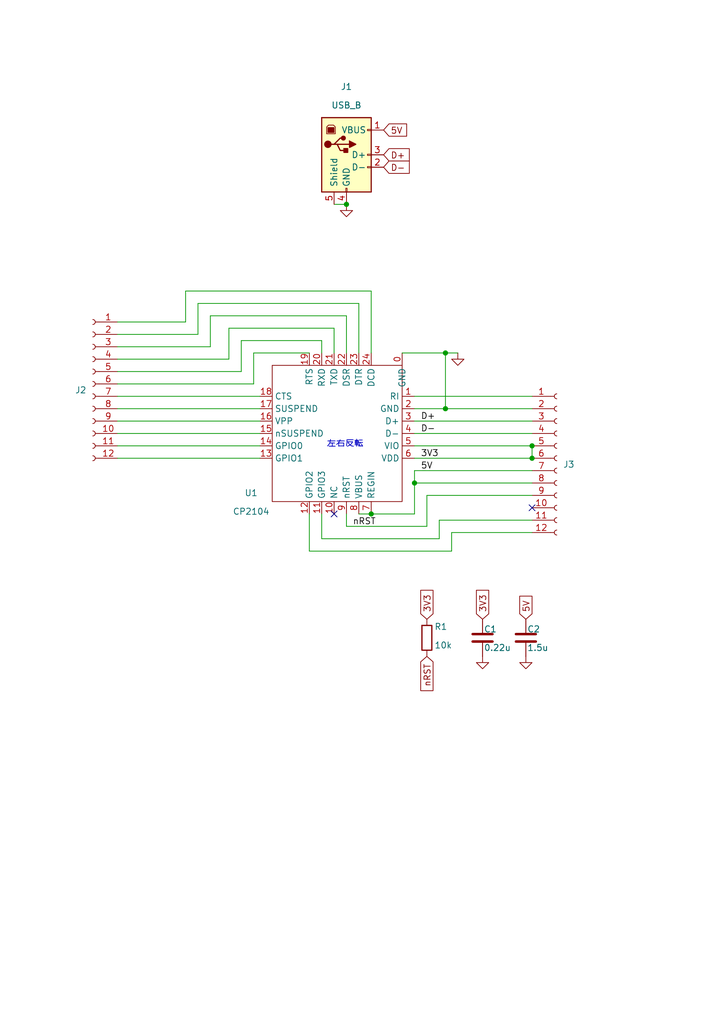
<source format=kicad_sch>
(kicad_sch (version 20250114) (generator "eeschema") (generator_version "9.0")
  (paper "A5" portrait)
  (lib_symbols
    (symbol "0Ore:CP2014"
      (property "Reference" "U" (at 0 0 0))
      (symbol "CP2014_0_1"
        (rectangle (start -12.7 38.1) (end 13.97 10.16))
      )
      (symbol "CP2014_1_1"
        (pin unspecified line (at -15.24 31.75 0) (length 2.54) (name "RI") (number "1"))
        (pin unspecified line (at -15.24 29.21 0) (length 2.54) (name "GND") (number "2"))
        (pin unspecified line (at -15.24 26.67 0) (length 2.54) (name "D+") (number "3"))
        (pin unspecified line (at -15.24 24.13 0) (length 2.54) (name "D-") (number "4"))
        (pin unspecified line (at -15.24 21.59 0) (length 2.54) (name "VIO") (number "5"))
        (pin unspecified line (at -15.24 19.05 0) (length 2.54) (name "VDD") (number "6"))
        (pin unspecified line (at -12.7 40.64 270) (length 2.54) (name "GND") (number "0"))
        (pin unspecified line (at -6.35 40.64 270) (length 2.54) (name "DCD") (number "24"))
        (pin unspecified line (at -6.35 7.62 90) (length 2.54) (name "REGIN") (number "7"))
        (pin unspecified line (at -3.81 40.64 270) (length 2.54) (name "DTR") (number "23"))
        (pin unspecified line (at -3.81 7.62 90) (length 2.54) (name "VBUS") (number "8"))
        (pin unspecified line (at -1.27 40.64 270) (length 2.54) (name "DSR") (number "22"))
        (pin unspecified line (at -1.27 7.62 90) (length 2.54) (name "nRST") (number "9"))
        (pin unspecified line (at 1.27 40.64 270) (length 2.54) (name "TXD") (number "21"))
        (pin unspecified line (at 1.27 7.62 90) (length 2.54) (name "NC") (number "10"))
        (pin unspecified line (at 3.81 40.64 270) (length 2.54) (name "RXD") (number "20"))
        (pin unspecified line (at 3.81 7.62 90) (length 2.54) (name "GPIO3") (number "11"))
        (pin unspecified line (at 6.35 40.64 270) (length 2.54) (name "RTS") (number "19"))
        (pin unspecified line (at 6.35 7.62 90) (length 2.54) (name "GPIO2") (number "12"))
        (pin unspecified line (at 16.51 31.75 180) (length 2.54) (name "CTS") (number "18"))
        (pin unspecified line (at 16.51 29.21 180) (length 2.54) (name "SUSPEND") (number "17"))
        (pin unspecified line (at 16.51 26.67 180) (length 2.54) (name "VPP") (number "16"))
        (pin unspecified line (at 16.51 24.13 180) (length 2.54) (name "nSUSPEND") (number "15"))
        (pin unspecified line (at 16.51 21.59 180) (length 2.54) (name "GPIO0") (number "14"))
        (pin unspecified line (at 16.51 19.05 180) (length 2.54) (name "GPIO1") (number "13"))
      )
    )
    (symbol "Connector:Conn_01x12_Socket" (pin_names (offset 1.016) (hide yes))
      (property "Reference" "J" (at 0 15.24 0))
      (property "Value" "Conn_01x12_Socket" (at 0 -17.78 0))
      (symbol "Conn_01x12_Socket_1_1"
        (polyline (pts (xy -1.27 12.7) (xy -0.508 12.7)) (stroke (width 0.1524)))
        (polyline (pts (xy -1.27 10.16) (xy -0.508 10.16)) (stroke (width 0.1524)))
        (polyline (pts (xy -1.27 7.62) (xy -0.508 7.62)) (stroke (width 0.1524)))
        (polyline (pts (xy -1.27 5.08) (xy -0.508 5.08)) (stroke (width 0.1524)))
        (polyline (pts (xy -1.27 2.54) (xy -0.508 2.54)) (stroke (width 0.1524)))
        (polyline (pts (xy -1.27 0) (xy -0.508 0)) (stroke (width 0.1524)))
        (polyline (pts (xy -1.27 -2.54) (xy -0.508 -2.54)) (stroke (width 0.1524)))
        (polyline (pts (xy -1.27 -5.08) (xy -0.508 -5.08)) (stroke (width 0.1524)))
        (polyline (pts (xy -1.27 -7.62) (xy -0.508 -7.62)) (stroke (width 0.1524)))
        (polyline (pts (xy -1.27 -10.16) (xy -0.508 -10.16)) (stroke (width 0.1524)))
        (polyline (pts (xy -1.27 -12.7) (xy -0.508 -12.7)) (stroke (width 0.1524)))
        (polyline (pts (xy -1.27 -15.24) (xy -0.508 -15.24)) (stroke (width 0.1524)))
        (arc (start 0 12.192) (mid -0.5058 12.7) (end 0 13.208) (stroke (width 0.1524)))
        (arc (start 0 9.652) (mid -0.5058 10.16) (end 0 10.668) (stroke (width 0.1524)))
        (arc (start 0 7.112) (mid -0.5058 7.62) (end 0 8.128) (stroke (width 0.1524)))
        (arc (start 0 4.572) (mid -0.5058 5.08) (end 0 5.588) (stroke (width 0.1524)))
        (arc (start 0 2.032) (mid -0.5058 2.54) (end 0 3.048) (stroke (width 0.1524)))
        (arc (start 0 -0.508) (mid -0.5058 0) (end 0 0.508) (stroke (width 0.1524)))
        (arc (start 0 -3.048) (mid -0.5058 -2.54) (end 0 -2.032) (stroke (width 0.1524)))
        (arc (start 0 -5.588) (mid -0.5058 -5.08) (end 0 -4.572) (stroke (width 0.1524)))
        (arc (start 0 -8.128) (mid -0.5058 -7.62) (end 0 -7.112) (stroke (width 0.1524)))
        (arc (start 0 -10.668) (mid -0.5058 -10.16) (end 0 -9.652) (stroke (width 0.1524)))
        (arc (start 0 -13.208) (mid -0.5058 -12.7) (end 0 -12.192) (stroke (width 0.1524)))
        (arc (start 0 -15.748) (mid -0.5058 -15.24) (end 0 -14.732) (stroke (width 0.1524)))
        (pin passive line (at -5.08 12.7 0) (length 3.81) (name "Pin_1") (number "1"))
        (pin passive line (at -5.08 10.16 0) (length 3.81) (name "Pin_2") (number "2"))
        (pin passive line (at -5.08 7.62 0) (length 3.81) (name "Pin_3") (number "3"))
        (pin passive line (at -5.08 5.08 0) (length 3.81) (name "Pin_4") (number "4"))
        (pin passive line (at -5.08 2.54 0) (length 3.81) (name "Pin_5") (number "5"))
        (pin passive line (at -5.08 0 0) (length 3.81) (name "Pin_6") (number "6"))
        (pin passive line (at -5.08 -2.54 0) (length 3.81) (name "Pin_7") (number "7"))
        (pin passive line (at -5.08 -5.08 0) (length 3.81) (name "Pin_8") (number "8"))
        (pin passive line (at -5.08 -7.62 0) (length 3.81) (name "Pin_9") (number "9"))
        (pin passive line (at -5.08 -10.16 0) (length 3.81) (name "Pin_10") (number "10"))
        (pin passive line (at -5.08 -12.7 0) (length 3.81) (name "Pin_11") (number "11"))
        (pin passive line (at -5.08 -15.24 0) (length 3.81) (name "Pin_12") (number "12"))
      )
    )
    (symbol "Connector:USB_B" (pin_names (offset 1.016))
      (property "Reference" "J" (at -5.08 11.43 0))
      (property "Value" "USB_B" (at -5.08 8.89 0))
      (symbol "USB_B_0_1"
        (rectangle (start -5.08 -7.62) (end 5.08 7.62) (stroke (width 0.254)) (fill (type background)))
        (polyline (pts (xy -4.064 4.318) (xy -2.286 4.318) (xy -2.286 5.715) (xy -2.667 6.096) (xy -3.683 6.096) (xy -4.064 5.715) (xy -4.064 4.318)))
        (rectangle (start -3.81 5.588) (end -2.54 4.572) (fill (type outline)))
        (circle (center -3.81 2.159) (radius 0.635) (stroke (width 0.254)) (fill (type outline)))
        (polyline (pts (xy -3.175 2.159) (xy -2.54 2.159) (xy -1.27 3.429) (xy -0.635 3.429)) (stroke (width 0.254)))
        (polyline (pts (xy -2.54 2.159) (xy -1.905 2.159) (xy -1.27 0.889) (xy 0 0.889)) (stroke (width 0.254)))
        (polyline (pts (xy -1.905 2.159) (xy 0.635 2.159)) (stroke (width 0.254)))
        (circle (center -0.635 3.429) (radius 0.381) (stroke (width 0.254)) (fill (type outline)))
        (rectangle (start -0.127 -7.62) (end 0.127 -6.858))
        (rectangle (start 0.254 1.27) (end -0.508 0.508) (stroke (width 0.254)) (fill (type outline)))
        (polyline (pts (xy 0.635 2.794) (xy 0.635 1.524) (xy 1.905 2.159) (xy 0.635 2.794)) (stroke (width 0.254)) (fill (type outline)))
        (rectangle (start 5.08 4.953) (end 4.318 5.207))
        (rectangle (start 5.08 -0.127) (end 4.318 0.127))
        (rectangle (start 5.08 -2.667) (end 4.318 -2.413))
      )
      (symbol "USB_B_1_1"
        (pin passive line (at -2.54 -10.16 90) (length 2.54) (name "Shield") (number "5"))
        (pin power_out line (at 0 -10.16 90) (length 2.54) (name "GND") (number "4"))
        (pin power_out line (at 7.62 5.08 180) (length 2.54) (name "VBUS") (number "1"))
        (pin bidirectional line (at 7.62 0 180) (length 2.54) (name "D+") (number "3"))
        (pin bidirectional line (at 7.62 -2.54 180) (length 2.54) (name "D-") (number "2"))
      )
    )
    (symbol "Device:C" (pin_numbers (hide yes)) (pin_names (offset 0.254))
      (property "Reference" "C" (at 0.635 2.54 0))
      (property "Value" "C" (at 0.635 -2.54 0))
      (symbol "C_0_1"
        (polyline (pts (xy -2.032 0.762) (xy 2.032 0.762)) (stroke (width 0.508)))
        (polyline (pts (xy -2.032 -0.762) (xy 2.032 -0.762)) (stroke (width 0.508)))
      )
      (symbol "C_1_1"
        (pin passive line (at 0 3.81 270) (length 2.794) (name "~") (number "1"))
        (pin passive line (at 0 -3.81 90) (length 2.794) (name "~") (number "2"))
      )
    )
    (symbol "Device:R" (pin_numbers (hide yes)) (pin_names (offset 0))
      (property "Reference" "R" (at 2.032 0 90))
      (property "Value" "R" (at 0 0 90))
      (symbol "R_0_1"
        (rectangle (start -1.016 -2.54) (end 1.016 2.54) (stroke (width 0.254)))
      )
      (symbol "R_1_1"
        (pin passive line (at 0 3.81 270) (length 1.27) (name "~") (number "1"))
        (pin passive line (at 0 -3.81 90) (length 1.27) (name "~") (number "2"))
      )
    )
    (symbol "power:GND" (power) (pin_numbers (hide yes)) (pin_names (offset 0) (hide yes))
      (property "Value" "GND" (at 0 -3.81 0))
      (symbol "GND_0_1"
        (polyline (pts (xy 0 0) (xy 0 -1.27) (xy 1.27 -1.27) (xy 0 -2.54) (xy -1.27 -1.27) (xy 0 -1.27)))
      )
      (symbol "GND_1_1"
        (pin power_in line (at 0 0 270) (length 0) (name "~") (number "1"))
      )
    )
  )
  (text "左右反転" (at 70.866 91.186 0) (effects (font (size 1.27 1.27))))
  (junction (at 109.22 91.44))
  (junction (at 76.2 105.41))
  (junction (at 71.12 41.91))
  (junction (at 85.09 99.06))
  (junction (at 91.44 72.39))
  (junction (at 109.22 93.98))
  (junction (at 91.44 83.82))
  (no_connect (at 68.58 105.41))
  (no_connect (at 109.22 104.14))
  (wire (pts (xy 73.66 62.23) (xy 40.64 62.23)))
  (wire (pts (xy 92.71 113.03) (xy 92.71 109.22)))
  (wire (pts (xy 85.09 81.28) (xy 109.22 81.28)))
  (wire (pts (xy 85.09 91.44) (xy 109.22 91.44)))
  (wire (pts (xy 66.04 110.49) (xy 90.17 110.49)))
  (wire (pts (xy 109.22 91.44) (xy 109.22 93.98)))
  (wire (pts (xy 71.12 64.77) (xy 43.18 64.77)))
  (wire (pts (xy 68.58 41.91) (xy 71.12 41.91)))
  (wire (pts (xy 71.12 107.95) (xy 87.63 107.95)))
  (wire (pts (xy 85.09 83.82) (xy 91.44 83.82)))
  (wire (pts (xy 63.5 105.41) (xy 63.5 113.03)))
  (wire (pts (xy 71.12 72.39) (xy 71.12 64.77)))
  (wire (pts (xy 85.09 86.36) (xy 109.22 86.36)))
  (wire (pts (xy 73.66 105.41) (xy 76.2 105.41)))
  (wire (pts (xy 38.1 66.04) (xy 24.13 66.04)))
  (wire (pts (xy 91.44 83.82) (xy 109.22 83.82)))
  (wire (pts (xy 38.1 59.69) (xy 38.1 66.04)))
  (wire (pts (xy 90.17 110.49) (xy 90.17 106.68)))
  (wire (pts (xy 66.04 105.41) (xy 66.04 110.49)))
  (wire (pts (xy 52.07 72.39) (xy 52.07 78.74)))
  (wire (pts (xy 76.2 59.69) (xy 38.1 59.69)))
  (wire (pts (xy 85.09 93.98) (xy 109.22 93.98)))
  (wire (pts (xy 43.18 64.77) (xy 43.18 71.12)))
  (wire (pts (xy 92.71 109.22) (xy 109.22 109.22)))
  (wire (pts (xy 40.64 62.23) (xy 40.64 68.58)))
  (wire (pts (xy 52.07 78.74) (xy 24.13 78.74)))
  (wire (pts (xy 85.09 105.41) (xy 85.09 99.06)))
  (wire (pts (xy 68.58 67.31) (xy 46.99 67.31)))
  (wire (pts (xy 71.12 105.41) (xy 71.12 107.95)))
  (wire (pts (xy 85.09 96.52) (xy 109.22 96.52)))
  (wire (pts (xy 46.99 73.66) (xy 24.13 73.66)))
  (wire (pts (xy 43.18 71.12) (xy 24.13 71.12)))
  (wire (pts (xy 82.55 72.39) (xy 91.44 72.39)))
  (wire (pts (xy 24.13 86.36) (xy 53.34 86.36)))
  (wire (pts (xy 85.09 99.06) (xy 109.22 99.06)))
  (wire (pts (xy 91.44 72.39) (xy 91.44 83.82)))
  (wire (pts (xy 24.13 88.9) (xy 53.34 88.9)))
  (wire (pts (xy 68.58 72.39) (xy 68.58 67.31)))
  (wire (pts (xy 40.64 68.58) (xy 24.13 68.58)))
  (wire (pts (xy 90.17 106.68) (xy 109.22 106.68)))
  (wire (pts (xy 63.5 113.03) (xy 92.71 113.03)))
  (wire (pts (xy 66.04 69.85) (xy 49.53 69.85)))
  (wire (pts (xy 66.04 72.39) (xy 66.04 69.85)))
  (wire (pts (xy 76.2 105.41) (xy 85.09 105.41)))
  (wire (pts (xy 24.13 81.28) (xy 53.34 81.28)))
  (wire (pts (xy 85.09 99.06) (xy 85.09 96.52)))
  (wire (pts (xy 73.66 72.39) (xy 73.66 62.23)))
  (wire (pts (xy 24.13 93.98) (xy 53.34 93.98)))
  (wire (pts (xy 109.22 101.6) (xy 87.63 101.6)))
  (wire (pts (xy 24.13 91.44) (xy 53.34 91.44)))
  (wire (pts (xy 85.09 88.9) (xy 109.22 88.9)))
  (wire (pts (xy 46.99 67.31) (xy 46.99 73.66)))
  (wire (pts (xy 63.5 72.39) (xy 52.07 72.39)))
  (wire (pts (xy 91.44 72.39) (xy 93.98 72.39)))
  (wire (pts (xy 49.53 76.2) (xy 24.13 76.2)))
  (wire (pts (xy 49.53 69.85) (xy 49.53 76.2)))
  (wire (pts (xy 76.2 72.39) (xy 76.2 59.69)))
  (wire (pts (xy 24.13 83.82) (xy 53.34 83.82)))
  (wire (pts (xy 87.63 101.6) (xy 87.63 107.95)))
  (label "D+" (at 86.36 86.36 0))
  (label "D-" (at 86.36 88.9 0))
  (label "3V3" (at 86.36 93.98 0))
  (label "nRST" (at 72.39 107.95 0))
  (label "5V" (at 86.36 96.52 0))
  (global_label "5V" (shape input) (at 78.74 26.67 0) (property "Intersheetrefs" "${INTERSHEET_REFS}" (effects (hide yes))))
  (global_label "3V3" (shape input) (at 99.06 127 90) (property "Intersheetrefs" "${INTERSHEET_REFS}" (effects (hide yes))))
  (global_label "5V" (shape input) (at 107.95 127 90) (property "Intersheetrefs" "${INTERSHEET_REFS}" (effects (hide yes))))
  (global_label "D+" (shape input) (at 78.74 31.75 0) (property "Intersheetrefs" "${INTERSHEET_REFS}" (effects (hide yes))))
  (global_label "nRST" (shape input) (at 87.63 134.62 270) (property "Intersheetrefs" "${INTERSHEET_REFS}" (effects (hide yes))))
  (global_label "D-" (shape input) (at 78.74 34.29 0) (property "Intersheetrefs" "${INTERSHEET_REFS}" (effects (hide yes))))
  (global_label "3V3" (shape input) (at 87.63 127 90) (property "Intersheetrefs" "${INTERSHEET_REFS}" (effects (hide yes))))
  (symbol (lib_id "Device:C") (at 99.06 130.81 0) (unit 1)
    (property "Reference" "C1" (at 99.314 129.032 0) (effects (justify left)))
    (property "Value" "0.22u" (at 99.314 132.842 0) (effects (justify left)))
    (property "Description" "Unpolarized capacitor" (effects (hide yes)))
  )
  (symbol (lib_id "Connector:USB_B") (at 71.12 31.75 0) (unit 1)
    (property "Reference" "J1" (at 71.12 17.78 0))
    (property "Value" "USB_B" (at 71.12 21.59 0))
    (property "Description" "USB Type B connector" (effects (hide yes)))
  )
  (symbol (lib_id "Connector:Conn_01x12_Socket") (at 114.3 93.98 0) (unit 1)
    (property "Reference" "J3" (at 115.57 95.2499 0) (effects (justify left)))
    (property "Value" "Conn_01x12_Socket" (effects (hide yes)))
    (property "Description" "Generic connector, single row, 01x12, script generated" (effects (hide yes)))
  )
  (symbol (lib_id "power:GND") (at 71.12 41.91 0) (unit 1)
    (property "Reference" "#PWR04" (effects (hide yes)))
    (property "Value" "GND" (effects (hide yes)))
    (property "Description" "Power symbol creates a global label with name \"GND\" , ground" (effects (hide yes)))
  )
  (symbol (lib_id "power:GND") (at 93.98 72.39 0) (unit 1)
    (property "Reference" "#PWR01" (effects (hide yes)))
    (property "Value" "GND" (effects (hide yes)))
    (property "Description" "Power symbol creates a global label with name \"GND\" , ground" (effects (hide yes)))
  )
  (symbol (lib_id "power:GND") (at 107.95 134.62 0) (unit 1)
    (property "Reference" "#PWR03" (effects (hide yes)))
    (property "Value" "GND" (effects (hide yes)))
    (property "Description" "Power symbol creates a global label with name \"GND\" , ground" (effects (hide yes)))
  )
  (symbol (lib_id "Device:C") (at 107.95 130.81 0) (unit 1)
    (property "Reference" "C2" (at 108.204 129.032 0) (effects (justify left)))
    (property "Value" "1.5u" (at 108.204 132.842 0) (effects (justify left)))
    (property "Description" "Unpolarized capacitor" (effects (hide yes)))
  )
  (symbol (lib_id "Connector:Conn_01x12_Socket") (at 19.05 78.74 0) (mirror y) (unit 1)
    (property "Reference" "J2" (at 17.78 80.0099 0) (effects (justify left)))
    (property "Value" "Conn_01x12_Socket" (effects (hide yes)))
    (property "Description" "Generic connector, single row, 01x12, script generated" (effects (hide yes)))
  )
  (symbol (lib_id "Device:R") (at 87.63 130.81 0) (unit 1)
    (property "Reference" "R1" (at 89.154 128.524 0) (effects (justify left)))
    (property "Value" "10k" (at 89.154 132.334 0) (effects (justify left)))
    (property "Description" "Resistor" (effects (hide yes)))
  )
  (symbol (lib_id "0Ore:CP2014") (at 69.85 113.03 0) (mirror y) (unit 1)
    (property "Reference" "U1" (at 51.562 101.092 0))
    (property "Value" "CP2104" (at 51.562 104.902 0))
  )
  (symbol (lib_id "power:GND") (at 99.06 134.62 0) (unit 1)
    (property "Reference" "#PWR02" (effects (hide yes)))
    (property "Value" "GND" (effects (hide yes)))
    (property "Description" "Power symbol creates a global label with name \"GND\" , ground" (effects (hide yes)))
  )
)
</source>
